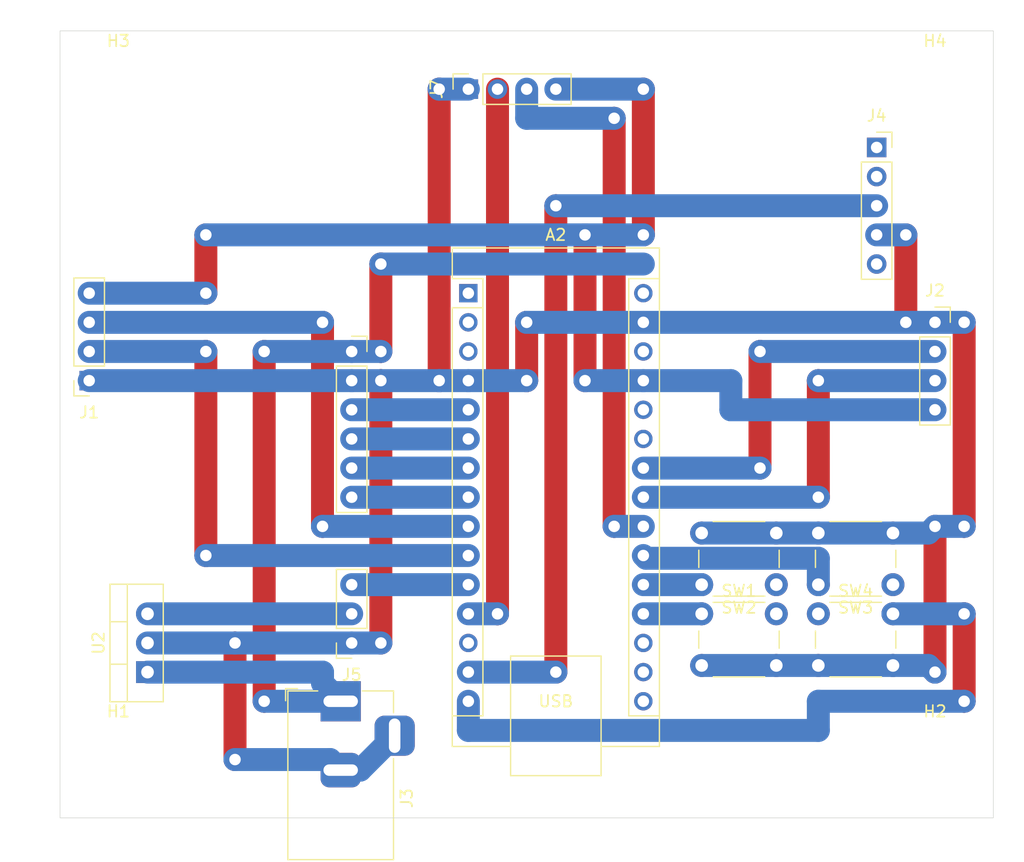
<source format=kicad_pcb>
(kicad_pcb (version 20240108) (generator "pcbnew") (generator_version "8.0")
  (layers (0 "F.Cu" signal) (31 "B.Cu" signal) (34 "B.Paste" user) (35 "F.Paste" user) (36 "B.SilkS" user "B.Silkscreen") (37 "F.SilkS" user "F.Silkscreen") (38 "B.Mask" user) (39 "F.Mask" user) (44 "Edge.Cuts" user))
  (net 0 "")
  (net 2 "+5V")
  (net 3 "GND")
  (net 4 "/ECHO_0")
  (net 5 "/STEER_PWM")
  (net 6 "/ECHO_2")
  (net 7 "/BREAK")
  (net 10 "/TRIG_2")
  (net 13 "/FG")
  (net 14 "/PWM")
  (net 15 "/DEBUG_SW_UART_RX")
  (net 16 "/DIR")
  (net 17 "/TRIG_0")
  (net 19 "+12V")
  (net 21 "Vdrive")
  (net 22 "/TRIG_1")
  (net 23 "/ECHO_1")
  (net 24 "/PB0")
  (net 25 "/PB1")
  (net 26 "/PB2")
  (net 27 "/PB3")
  (footprint "Connector_PinSocket_2.54mm:PinSocket_1x06_P2.54mm_Vertical" (layer "F.Cu") (at 106.68 55.88)
    (property "Reference" "J6" (hide yes))
    (property "Value" "1x3 2.54mm male")
  )
  (footprint "Connector_PinSocket_2.54mm:PinSocket_1x04_P2.54mm_Vertical" (layer "F.Cu") (at 116.84 33.02 90)
    (property "Reference" "J7")
    (property "Value" "1x4 2.54mm female")
  )
  (footprint "MountingHole:MountingHole_3.2mm_M3" (layer "F.Cu") (at 86.36 91.44)
    (property "Reference" "H1")
    (property "Value" "M3")
  )
  (footprint "Connector_BarrelJack:BarrelJack_Horizontal" (layer "F.Cu") (at 105.7225 86.36 90)
    (property "Reference" "J3")
    (property "Value" "Barrel_Jack_Switch")
  )
  (footprint "MountingHole:MountingHole_3.2mm_M3" (layer "F.Cu") (at 157.48 91.44)
    (property "Reference" "H2")
    (property "Value" "M3")
  )
  (footprint "Button_Switch_THT:SW_PUSH_6mm" (layer "F.Cu") (at 137.16 78.74)
    (property "Reference" "SW1")
    (property "Value" "SW_Push")
  )
  (footprint "Connector_PinSocket_2.54mm:PinSocket_1x05_P2.54mm_Vertical" (layer "F.Cu") (at 152.4 38.1)
    (property "Reference" "J4")
    (property "Value" "1x5 2.54mm female")
  )
  (footprint "Module:Arduino_Nano" (layer "F.Cu") (at 116.84 50.8)
    (property "Reference" "A2")
    (property "Value" "Arduino_Nano_Every")
  )
  (footprint "Button_Switch_THT:SW_PUSH_6mm" (layer "F.Cu") (at 143.66 76.2 180)
    (property "Reference" "SW2")
    (property "Value" "SW_Push")
  )
  (footprint "Connector_PinSocket_2.54mm:PinSocket_1x03_P2.54mm_Vertical" (layer "F.Cu") (at 106.68 81.28 180)
    (property "Reference" "J5")
    (property "Value" "1x3 2.54mm male")
  )
  (footprint "Connector_PinSocket_2.54mm:PinSocket_1x04_P2.54mm_Vertical" (layer "F.Cu") (at 83.82 58.42 180)
    (property "Reference" "J1")
    (property "Value" "1x4 2.54mm female")
  )
  (footprint "MountingHole:MountingHole_3.2mm_M3" (layer "F.Cu") (at 157.48 33.02)
    (property "Reference" "H4")
    (property "Value" "M3")
  )
  (footprint "MountingHole:MountingHole_3.2mm_M3" (layer "F.Cu") (at 86.36 33.02)
    (property "Reference" "H3")
    (property "Value" "M3")
  )
  (footprint "Button_Switch_THT:SW_PUSH_6mm" (layer "F.Cu") (at 147.32 78.74)
    (property "Reference" "SW4")
    (property "Value" "SW_Push")
  )
  (footprint "Connector_PinSocket_2.54mm:PinSocket_1x04_P2.54mm_Vertical" (layer "F.Cu") (at 157.48 53.34)
    (property "Reference" "J2")
    (property "Value" "1x4 2.54mm female")
  )
  (footprint "Button_Switch_THT:SW_PUSH_6mm" (layer "F.Cu") (at 153.82 76.2 180)
    (property "Reference" "SW3")
    (property "Value" "SW_Push")
  )
  (footprint "Package_TO_SOT_THT:TO-220-3_Vertical" (layer "F.Cu") (at 88.9 83.82 90)
    (property "Reference" "U2")
    (property "Value" "LM7805_TO220")
  )
  (gr_rect (start 81.28 27.94) (end 162.56 96.52) (stroke (width 0.05)) (fill none) (layer "Edge.Cuts"))
  (segment (start 132.08 33.02) (end 132.08 45.72) (width 2) (layer "F.Cu") (net 2))
  (segment (start 127 58.42) (end 127 45.72) (width 2) (layer "F.Cu") (net 2))
  (segment (start 93.98 45.72) (end 93.98 50.8) (width 2) (layer "F.Cu") (net 2))
  (via (at 93.98 50.8) (size 2) (drill 1) (layers "F.Cu" "B.Cu") (net 2))
  (via (at 127 58.42) (size 2) (drill 1) (layers "F.Cu" "B.Cu") (net 2))
  (via (at 127 45.72) (size 2) (drill 1) (layers "F.Cu" "B.Cu") (net 2))
  (via (at 132.08 45.72) (size 2) (drill 1) (layers "F.Cu" "B.Cu") (net 2))
  (via (at 93.98 45.72) (size 2) (drill 1) (layers "F.Cu" "B.Cu") (net 2))
  (via (at 132.08 33.02) (size 2) (drill 1) (layers "F.Cu" "B.Cu") (net 2))
  (segment (start 124.46 33.02) (end 132.08 33.02) (width 2) (layer "B.Cu") (net 2))
  (segment (start 132.08 58.42) (end 127 58.42) (width 2) (layer "B.Cu") (net 2))
  (segment (start 132.08 45.72) (end 127 45.72) (width 2) (layer "B.Cu") (net 2))
  (segment (start 127 45.72) (end 93.98 45.72) (width 2) (layer "B.Cu") (net 2))
  (segment (start 93.98 50.8) (end 83.82 50.8) (width 2) (layer "B.Cu") (net 2))
  (segment (start 139.7 60.96) (end 157.48 60.96) (width 2) (layer "B.Cu") (net 2))
  (segment (start 132.08 58.42) (end 139.7 58.42) (width 2) (layer "B.Cu") (net 2))
  (segment (start 139.7 58.42) (end 139.7 60.96) (width 2) (layer "B.Cu") (net 2))
  (segment (start 114.3 33.02) (end 114.3 58.42) (width 2) (layer "F.Cu") (net 3))
  (segment (start 121.92 58.42) (end 121.92 53.34) (width 2) (layer "F.Cu") (net 3))
  (segment (start 160.02 71.12) (end 160.02 53.34) (width 2) (layer "F.Cu") (net 3))
  (segment (start 109.22 58.42) (end 109.22 81.28) (width 2) (layer "F.Cu") (net 3))
  (segment (start 96.52 91.44) (end 96.52 81.28) (width 2) (layer "F.Cu") (net 3))
  (segment (start 154.94 53.34) (end 154.94 45.72) (width 2) (layer "F.Cu") (net 3))
  (segment (start 157.48 83.82) (end 157.48 71.12) (width 2) (layer "F.Cu") (net 3))
  (via (at 114.3 33.02) (size 2) (drill 1) (layers "F.Cu" "B.Cu") (net 3))
  (via (at 121.92 53.34) (size 2) (drill 1) (layers "F.Cu" "B.Cu") (net 3))
  (via (at 96.52 81.28) (size 2) (drill 1) (layers "F.Cu" "B.Cu") (net 3))
  (via (at 109.22 58.42) (size 2) (drill 1) (layers "F.Cu" "B.Cu") (net 3))
  (via (at 96.52 91.44) (size 2) (drill 1) (layers "F.Cu" "B.Cu") (net 3))
  (via (at 160.02 53.34) (size 2) (drill 1) (layers "F.Cu" "B.Cu") (net 3))
  (via (at 154.94 53.34) (size 2) (drill 1) (layers "F.Cu" "B.Cu") (net 3))
  (via (at 121.92 58.42) (size 2) (drill 1) (layers "F.Cu" "B.Cu") (net 3))
  (via (at 154.94 45.72) (size 2) (drill 1) (layers "F.Cu" "B.Cu") (net 3))
  (via (at 114.3 58.42) (size 2) (drill 1) (layers "F.Cu" "B.Cu") (net 3))
  (via (at 157.48 71.12) (size 2) (drill 1) (layers "F.Cu" "B.Cu") (net 3))
  (via (at 157.48 83.82) (size 2) (drill 1) (layers "F.Cu" "B.Cu") (net 3))
  (via (at 160.02 71.12) (size 2) (drill 1) (layers "F.Cu" "B.Cu") (net 3))
  (via (at 109.22 81.28) (size 2) (drill 1) (layers "F.Cu" "B.Cu") (net 3))
  (segment (start 107.4225 92.36) (end 110.4225 89.36) (width 2) (layer "B.Cu") (net 3))
  (segment (start 106.68 81.28) (end 88.9 81.28) (width 2) (layer "B.Cu") (net 3))
  (segment (start 156.9 83.24) (end 157.48 83.82) (width 2) (layer "B.Cu") (net 3))
  (segment (start 160.02 53.34) (end 157.48 53.34) (width 2) (layer "B.Cu") (net 3))
  (segment (start 104.8025 91.44) (end 105.7225 92.36) (width 2) (layer "B.Cu") (net 3))
  (segment (start 96.52 91.44) (end 104.8025 91.44) (width 2) (layer "B.Cu") (net 3))
  (segment (start 106.68 81.28) (end 109.22 81.28) (width 2) (layer "B.Cu") (net 3))
  (segment (start 121.92 53.34) (end 132.08 53.34) (width 2) (layer "B.Cu") (net 3))
  (segment (start 114.3 58.42) (end 116.84 58.42) (width 2) (layer "B.Cu") (net 3))
  (segment (start 153.82 83.24) (end 156.9 83.24) (width 2) (layer "B.Cu") (net 3))
  (segment (start 137.16 71.7) (end 156.9 71.7) (width 2) (layer "B.Cu") (net 3))
  (segment (start 116.84 58.42) (end 121.92 58.42) (width 2) (layer "B.Cu") (net 3))
  (segment (start 156.9 71.7) (end 157.48 71.12) (width 2) (layer "B.Cu") (net 3))
  (segment (start 116.84 33.02) (end 114.3 33.02) (width 2) (layer "B.Cu") (net 3))
  (segment (start 137.16 83.24) (end 153.82 83.24) (width 2) (layer "B.Cu") (net 3))
  (segment (start 83.82 58.42) (end 106.68 58.42) (width 2) (layer "B.Cu") (net 3))
  (segment (start 132.08 53.34) (end 157.48 53.34) (width 2) (layer "B.Cu") (net 3))
  (segment (start 105.7225 92.36) (end 107.4225 92.36) (width 2) (layer "B.Cu") (net 3))
  (segment (start 154.94 45.72) (end 152.4 45.72) (width 2) (layer "B.Cu") (net 3))
  (segment (start 157.48 71.12) (end 160.02 71.12) (width 2) (layer "B.Cu") (net 3))
  (segment (start 106.68 58.42) (end 114.3 58.42) (width 2) (layer "B.Cu") (net 3))
  (segment (start 119.38 78.74) (end 119.38 33.02) (width 2) (layer "F.Cu") (net 4))
  (via (at 119.38 78.74) (size 2) (drill 1) (layers "F.Cu" "B.Cu") (net 4))
  (segment (start 119.38 78.74) (end 116.84 78.74) (width 2) (layer "B.Cu") (net 4))
  (segment (start 116.84 76.2) (end 106.68 76.2) (width 2) (layer "B.Cu") (net 5))
  (segment (start 93.98 55.88) (end 93.98 73.66) (width 2) (layer "F.Cu") (net 6))
  (via (at 93.98 73.66) (size 2) (drill 1) (layers "F.Cu" "B.Cu") (net 6))
  (via (at 93.98 55.88) (size 2) (drill 1) (layers "F.Cu" "B.Cu") (net 6))
  (segment (start 93.98 73.66) (end 116.84 73.66) (width 2) (layer "B.Cu") (net 6))
  (segment (start 83.82 55.88) (end 93.98 55.88) (width 2) (layer "B.Cu") (net 6))
  (segment (start 106.68 68.58) (end 116.84 68.58) (width 2) (layer "B.Cu") (net 7))
  (segment (start 104.14 71.12) (end 104.14 53.34) (width 2) (layer "F.Cu") (net 10))
  (via (at 104.14 71.12) (size 2) (drill 1) (layers "F.Cu" "B.Cu") (net 10))
  (via (at 104.14 53.34) (size 2) (drill 1) (layers "F.Cu" "B.Cu") (net 10))
  (segment (start 83.82 53.34) (end 104.14 53.34) (width 2) (layer "B.Cu") (net 10))
  (segment (start 116.84 71.12) (end 104.14 71.12) (width 2) (layer "B.Cu") (net 10))
  (segment (start 106.68 60.96) (end 116.84 60.96) (width 2) (layer "B.Cu") (net 13))
  (segment (start 106.68 63.5) (end 116.84 63.5) (width 2) (layer "B.Cu") (net 14))
  (segment (start 124.46 43.18) (end 124.46 83.82) (width 2) (layer "F.Cu") (net 15))
  (via (at 124.46 83.82) (size 2) (drill 1) (layers "F.Cu" "B.Cu") (net 15))
  (via (at 124.46 43.18) (size 2) (drill 1) (layers "F.Cu" "B.Cu") (net 15))
  (segment (start 124.46 83.82) (end 116.84 83.82) (width 2) (layer "B.Cu") (net 15))
  (segment (start 152.4 43.18) (end 124.46 43.18) (width 2) (layer "B.Cu") (net 15))
  (segment (start 106.68 66.04) (end 116.84 66.04) (width 2) (layer "B.Cu") (net 16))
  (segment (start 129.54 35.56) (end 129.54 71.12) (width 2) (layer "F.Cu") (net 17))
  (via (at 129.54 71.12) (size 2) (drill 1) (layers "F.Cu" "B.Cu") (net 17))
  (via (at 129.54 35.56) (size 2) (drill 1) (layers "F.Cu" "B.Cu") (net 17))
  (segment (start 129.54 71.12) (end 132.08 71.12) (width 2) (layer "B.Cu") (net 17))
  (segment (start 121.92 35.56) (end 129.54 35.56) (width 2) (layer "B.Cu") (net 17))
  (segment (start 121.92 33.02) (end 121.92 35.56) (width 2) (layer "B.Cu") (net 17))
  (segment (start 109.22 55.88) (end 109.22 48.26) (width 2) (layer "F.Cu") (net 19))
  (segment (start 99.06 55.88) (end 99.06 86.36) (width 2) (layer "F.Cu") (net 19))
  (via (at 99.06 86.36) (size 2) (drill 1) (layers "F.Cu" "B.Cu") (net 19))
  (via (at 109.22 48.26) (size 2) (drill 1) (layers "F.Cu" "B.Cu") (net 19))
  (via (at 109.22 55.88) (size 2) (drill 1) (layers "F.Cu" "B.Cu") (net 19))
  (via (at 99.06 55.88) (size 2) (drill 1) (layers "F.Cu" "B.Cu") (net 19))
  (segment (start 104.14 83.82) (end 104.14 84.7775) (width 2) (layer "B.Cu") (net 19))
  (segment (start 109.22 48.26) (end 132.08 48.26) (width 2) (layer "B.Cu") (net 19))
  (segment (start 88.9 83.82) (end 104.14 83.82) (width 2) (layer "B.Cu") (net 19))
  (segment (start 104.14 84.7775) (end 105.7225 86.36) (width 2) (layer "B.Cu") (net 19))
  (segment (start 106.68 55.88) (end 109.22 55.88) (width 2) (layer "B.Cu") (net 19))
  (segment (start 99.06 86.36) (end 105.7225 86.36) (width 2) (layer "B.Cu") (net 19))
  (segment (start 106.68 55.88) (end 99.06 55.88) (width 2) (layer "B.Cu") (net 19))
  (segment (start 106.68 78.74) (end 88.9 78.74) (width 2) (layer "B.Cu") (net 21))
  (segment (start 147.32 58.42) (end 147.32 68.58) (width 2) (layer "F.Cu") (net 22))
  (via (at 147.32 68.58) (size 2) (drill 1) (layers "F.Cu" "B.Cu") (net 22))
  (via (at 147.32 58.42) (size 2) (drill 1) (layers "F.Cu" "B.Cu") (net 22))
  (segment (start 147.32 68.58) (end 132.08 68.58) (width 2) (layer "B.Cu") (net 22))
  (segment (start 147.32 58.42) (end 157.48 58.42) (width 2) (layer "B.Cu") (net 22))
  (segment (start 142.24 66.04) (end 142.24 55.88) (width 2) (layer "F.Cu") (net 23))
  (via (at 142.24 66.04) (size 2) (drill 1) (layers "F.Cu" "B.Cu") (net 23))
  (via (at 142.24 55.88) (size 2) (drill 1) (layers "F.Cu" "B.Cu") (net 23))
  (segment (start 142.24 55.88) (end 157.48 55.88) (width 2) (layer "B.Cu") (net 23))
  (segment (start 132.08 66.04) (end 142.24 66.04) (width 2) (layer "B.Cu") (net 23))
  (segment (start 137.16 78.74) (end 132.08 78.74) (width 2) (layer "B.Cu") (net 24))
  (segment (start 132.08 76.2) (end 137.16 76.2) (width 2) (layer "B.Cu") (net 25))
  (segment (start 132.08 73.66) (end 132.32 73.9) (width 2) (layer "B.Cu") (net 26))
  (segment (start 132.32 73.9) (end 147.32 73.9) (width 2) (layer "B.Cu") (net 26))
  (segment (start 147.32 73.9) (end 147.32 76.2) (width 2) (layer "B.Cu") (net 26))
  (segment (start 160.02 78.74) (end 160.02 86.36) (width 2) (layer "F.Cu") (net 27))
  (via (at 160.02 86.36) (size 2) (drill 1) (layers "F.Cu" "B.Cu") (net 27))
  (via (at 160.02 78.74) (size 2) (drill 1) (layers "F.Cu" "B.Cu") (net 27))
  (segment (start 147.32 86.36) (end 160.02 86.36) (width 2) (layer "B.Cu") (net 27))
  (segment (start 147.32 88.9) (end 147.32 86.36) (width 2) (layer "B.Cu") (net 27))
  (segment (start 153.82 78.74) (end 160.02 78.74) (width 2) (layer "B.Cu") (net 27))
  (segment (start 116.84 88.9) (end 147.32 88.9) (width 2) (layer "B.Cu") (net 27))
  (segment (start 116.84 88.9) (end 116.84 86.36) (width 2) (layer "B.Cu") (net 27))
)
</source>
